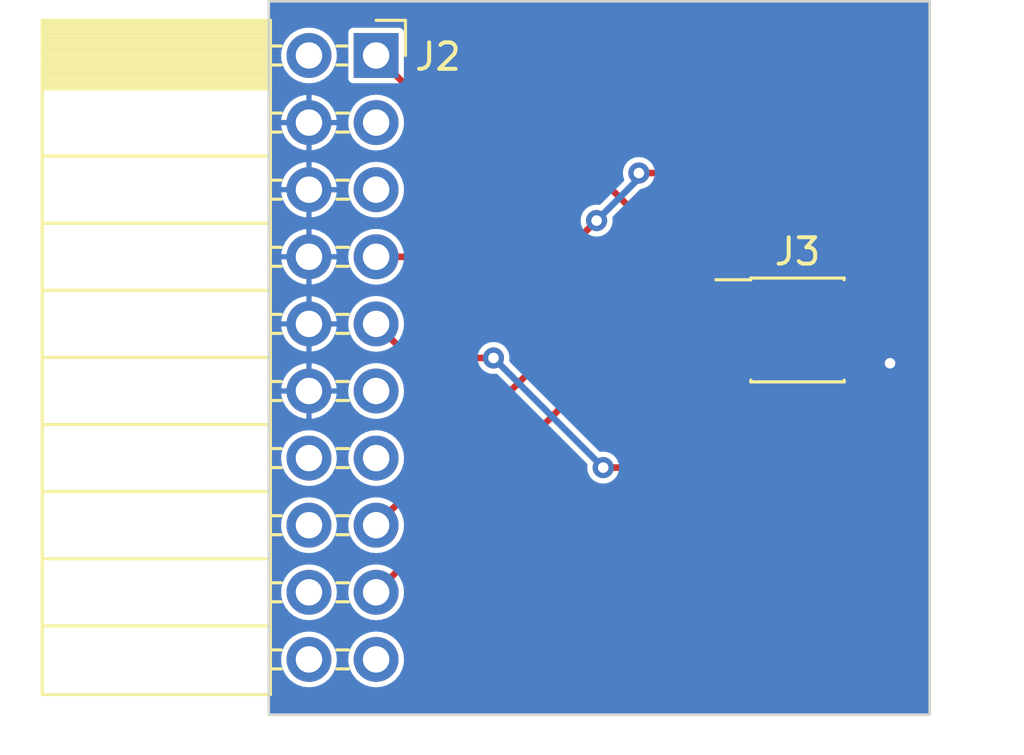
<source format=kicad_pcb>
(kicad_pcb (version 20221018) (generator pcbnew)
  (layers (0 "F.Cu" signal) (31 "B.Cu" signal) (34 "B.Paste" user) (35 "F.Paste" user) (36 "B.SilkS" user "B.Silkscreen") (37 "F.SilkS" user "F.Silkscreen") (38 "B.Mask" user) (39 "F.Mask" user) (44 "Edge.Cuts" user))
  (net 0 "")
  (net 1 "VDD")
  (net 2 "SWDIO")
  (net 3 "GND")
  (net 4 "SWDCLK")
  (net 5 "SWO")
  (net 6 "RXI")
  (net 7 "TXO")
  (net 8 "RESET")
  (net 15 "+5V")
  (footprint "Connector_PinSocket_2.54mm:PinSocket_2x10_P2.54mm_Horizontal" (layer "F.Cu") (at 116.06 95.05)
    (fp_text reference "J2" (at 2.34 0.05) (layer "F.SilkS"))
    (fp_text value "Conn_02x10_Odd_Even")
    (fp_line (start -12.63 -1.33) (end -12.63 24.19) (stroke (width 0.12)) (layer "F.SilkS"))
    (fp_line (start -12.63 -1.33) (end -4 -1.33) (stroke (width 0.12)) (layer "F.SilkS"))
    (fp_line (start -12.63 -1.21) (end -4 -1.21) (stroke (width 0.12)) (layer "F.SilkS"))
    (fp_line (start -12.63 -1.091905) (end -4 -1.091905) (stroke (width 0.12)) (layer "F.SilkS"))
    (fp_line (start -12.63 -0.97381) (end -4 -0.97381) (stroke (width 0.12)) (layer "F.SilkS"))
    (fp_line (start -12.63 -0.855715) (end -4 -0.855715) (stroke (width 0.12)) (layer "F.SilkS"))
    (fp_line (start -12.63 -0.73762) (end -4 -0.73762) (stroke (width 0.12)) (layer "F.SilkS"))
    (fp_line (start -12.63 -0.619525) (end -4 -0.619525) (stroke (width 0.12)) (layer "F.SilkS"))
    (fp_line (start -12.63 -0.50143) (end -4 -0.50143) (stroke (width 0.12)) (layer "F.SilkS"))
    (fp_line (start -12.63 -0.383335) (end -4 -0.383335) (stroke (width 0.12)) (layer "F.SilkS"))
    (fp_line (start -12.63 -0.26524) (end -4 -0.26524) (stroke (width 0.12)) (layer "F.SilkS"))
    (fp_line (start -12.63 -0.147145) (end -4 -0.147145) (stroke (width 0.12)) (layer "F.SilkS"))
    (fp_line (start -12.63 -0.02905) (end -4 -0.02905) (stroke (width 0.12)) (layer "F.SilkS"))
    (fp_line (start -12.63 0.089045) (end -4 0.089045) (stroke (width 0.12)) (layer "F.SilkS"))
    (fp_line (start -12.63 0.20714) (end -4 0.20714) (stroke (width 0.12)) (layer "F.SilkS"))
    (fp_line (start -12.63 0.325235) (end -4 0.325235) (stroke (width 0.12)) (layer "F.SilkS"))
    (fp_line (start -12.63 0.44333) (end -4 0.44333) (stroke (width 0.12)) (layer "F.SilkS"))
    (fp_line (start -12.63 0.561425) (end -4 0.561425) (stroke (width 0.12)) (layer "F.SilkS"))
    (fp_line (start -12.63 0.67952) (end -4 0.67952) (stroke (width 0.12)) (layer "F.SilkS"))
    (fp_line (start -12.63 0.797615) (end -4 0.797615) (stroke (width 0.12)) (layer "F.SilkS"))
    (fp_line (start -12.63 0.91571) (end -4 0.91571) (stroke (width 0.12)) (layer "F.SilkS"))
    (fp_line (start -12.63 1.033805) (end -4 1.033805) (stroke (width 0.12)) (layer "F.SilkS"))
    (fp_line (start -12.63 1.1519) (end -4 1.1519) (stroke (width 0.12)) (layer "F.SilkS"))
    (fp_line (start -12.63 1.27) (end -4 1.27) (stroke (width 0.12)) (layer "F.SilkS"))
    (fp_line (start -12.63 3.81) (end -4 3.81) (stroke (width 0.12)) (layer "F.SilkS"))
    (fp_line (start -12.63 6.35) (end -4 6.35) (stroke (width 0.12)) (layer "F.SilkS"))
    (fp_line (start -12.63 8.89) (end -4 8.89) (stroke (width 0.12)) (layer "F.SilkS"))
    (fp_line (start -12.63 11.43) (end -4 11.43) (stroke (width 0.12)) (layer "F.SilkS"))
    (fp_line (start -12.63 13.97) (end -4 13.97) (stroke (width 0.12)) (layer "F.SilkS"))
    (fp_line (start -12.63 16.51) (end -4 16.51) (stroke (width 0.12)) (layer "F.SilkS"))
    (fp_line (start -12.63 19.05) (end -4 19.05) (stroke (width 0.12)) (layer "F.SilkS"))
    (fp_line (start -12.63 21.59) (end -4 21.59) (stroke (width 0.12)) (layer "F.SilkS"))
    (fp_line (start -12.63 24.19) (end -4 24.19) (stroke (width 0.12)) (layer "F.SilkS"))
    (fp_line (start -4 -1.33) (end -4 24.19) (stroke (width 0.12)) (layer "F.SilkS"))
    (fp_line (start -4 -0.36) (end -3.59 -0.36) (stroke (width 0.12)) (layer "F.SilkS"))
    (fp_line (start -4 0.36) (end -3.59 0.36) (stroke (width 0.12)) (layer "F.SilkS"))
    (fp_line (start -4 2.18) (end -3.59 2.18) (stroke (width 0.12)) (layer "F.SilkS"))
    (fp_line (start -4 2.9) (end -3.59 2.9) (stroke (width 0.12)) (layer "F.SilkS"))
    (fp_line (start -4 4.72) (end -3.59 4.72) (stroke (width 0.12)) (layer "F.SilkS"))
    (fp_line (start -4 5.44) (end -3.59 5.44) (stroke (width 0.12)) (layer "F.SilkS"))
    (fp_line (start -4 7.26) (end -3.59 7.26) (stroke (width 0.12)) (layer "F.SilkS"))
    (fp_line (start -4 7.98) (end -3.59 7.98) (stroke (width 0.12)) (layer "F.SilkS"))
    (fp_line (start -4 9.8) (end -3.59 9.8) (stroke (width 0.12)) (layer "F.SilkS"))
    (fp_line (start -4 10.52) (end -3.59 10.52) (stroke (width 0.12)) (layer "F.SilkS"))
    (fp_line (start -4 12.34) (end -3.59 12.34) (stroke (width 0.12)) (layer "F.SilkS"))
    (fp_line (start -4 13.06) (end -3.59 13.06) (stroke (width 0.12)) (layer "F.SilkS"))
    (fp_line (start -4 14.88) (end -3.59 14.88) (stroke (width 0.12)) (layer "F.SilkS"))
    (fp_line (start -4 15.6) (end -3.59 15.6) (stroke (width 0.12)) (layer "F.SilkS"))
    (fp_line (start -4 17.42) (end -3.59 17.42) (stroke (width 0.12)) (layer "F.SilkS"))
    (fp_line (start -4 18.14) (end -3.59 18.14) (stroke (width 0.12)) (layer "F.SilkS"))
    (fp_line (start -4 19.96) (end -3.59 19.96) (stroke (width 0.12)) (layer "F.SilkS"))
    (fp_line (start -4 20.68) (end -3.59 20.68) (stroke (width 0.12)) (layer "F.SilkS"))
    (fp_line (start -4 22.5) (end -3.59 22.5) (stroke (width 0.12)) (layer "F.SilkS"))
    (fp_line (start -4 23.22) (end -3.59 23.22) (stroke (width 0.12)) (layer "F.SilkS"))
    (fp_line (start -1.49 -0.36) (end -1.11 -0.36) (stroke (width 0.12)) (layer "F.SilkS"))
    (fp_line (start -1.49 0.36) (end -1.11 0.36) (stroke (width 0.12)) (layer "F.SilkS"))
    (fp_line (start -1.49 2.18) (end -1.05 2.18) (stroke (width 0.12)) (layer "F.SilkS"))
    (fp_line (start -1.49 2.9) (end -1.05 2.9) (stroke (width 0.12)) (layer "F.SilkS"))
    (fp_line (start -1.49 4.72) (end -1.05 4.72) (stroke (width 0.12)) (layer "F.SilkS"))
    (fp_line (start -1.49 5.44) (end -1.05 5.44) (stroke (width 0.12)) (layer "F.SilkS"))
    (fp_line (start -1.49 7.26) (end -1.05 7.26) (stroke (width 0.12)) (layer "F.SilkS"))
    (fp_line (start -1.49 7.98) (end -1.05 7.98) (stroke (width 0.12)) (layer "F.SilkS"))
    (fp_line (start -1.49 9.8) (end -1.05 9.8) (stroke (width 0.12)) (layer "F.SilkS"))
    (fp_line (start -1.49 10.52) (end -1.05 10.52) (stroke (width 0.12)) (layer "F.SilkS"))
    (fp_line (start -1.49 12.34) (end -1.05 12.34) (stroke (width 0.12)) (layer "F.SilkS"))
    (fp_line (start -1.49 13.06) (end -1.05 13.06) (stroke (width 0.12)) (layer "F.SilkS"))
    (fp_line (start -1.49 14.88) (end -1.05 14.88) (stroke (width 0.12)) (layer "F.SilkS"))
    (fp_line (start -1.49 15.6) (end -1.05 15.6) (stroke (width 0.12)) (layer "F.SilkS"))
    (fp_line (start -1.49 17.42) (end -1.05 17.42) (stroke (width 0.12)) (layer "F.SilkS"))
    (fp_line (start -1.49 18.14) (end -1.05 18.14) (stroke (width 0.12)) (layer "F.SilkS"))
    (fp_line (start -1.49 19.96) (end -1.05 19.96) (stroke (width 0.12)) (layer "F.SilkS"))
    (fp_line (start -1.49 20.68) (end -1.05 20.68) (stroke (width 0.12)) (layer "F.SilkS"))
    (fp_line (start -1.49 22.5) (end -1.05 22.5) (stroke (width 0.12)) (layer "F.SilkS"))
    (fp_line (start -1.49 23.22) (end -1.05 23.22) (stroke (width 0.12)) (layer "F.SilkS"))
    (fp_line (start 0 -1.33) (end 1.11 -1.33) (stroke (width 0.12)) (layer "F.SilkS"))
    (fp_line (start 1.11 -1.33) (end 1.11 0) (stroke (width 0.12)) (layer "F.SilkS"))
    (pad "1" thru_hole rect (at 0 0) (size 1.7 1.7) (drill 1) (layers "*.Cu" "*.Mask") (net 1 "VDD"))
    (pad "2" thru_hole oval (at -2.54 0) (size 1.7 1.7) (drill 1) (layers "*.Cu" "*.Mask"))
    (pad "3" thru_hole oval (at 0 2.54) (size 1.7 1.7) (drill 1) (layers "*.Cu" "*.Mask"))
    (pad "4" thru_hole oval (at -2.54 2.54) (size 1.7 1.7) (drill 1) (layers "*.Cu" "*.Mask") (net 3 "GND"))
    (pad "5" thru_hole oval (at 0 5.08) (size 1.7 1.7) (drill 1) (layers "*.Cu" "*.Mask") (net 6 "RXI"))
    (pad "6" thru_hole oval (at -2.54 5.08) (size 1.7 1.7) (drill 1) (layers "*.Cu" "*.Mask") (net 3 "GND"))
    (pad "7" thru_hole oval (at 0 7.62) (size 1.7 1.7) (drill 1) (layers "*.Cu" "*.Mask") (net 2 "SWDIO"))
    (pad "8" thru_hole oval (at -2.54 7.62) (size 1.7 1.7) (drill 1) (layers "*.Cu" "*.Mask") (net 3 "GND"))
    (pad "9" thru_hole oval (at 0 10.16) (size 1.7 1.7) (drill 1) (layers "*.Cu" "*.Mask") (net 4 "SWDCLK"))
    (pad "10" thru_hole oval (at -2.54 10.16) (size 1.7 1.7) (drill 1) (layers "*.Cu" "*.Mask") (net 3 "GND"))
    (pad "11" thru_hole oval (at 0 12.7) (size 1.7 1.7) (drill 1) (layers "*.Cu" "*.Mask"))
    (pad "12" thru_hole oval (at -2.54 12.7) (size 1.7 1.7) (drill 1) (layers "*.Cu" "*.Mask") (net 3 "GND"))
    (pad "13" thru_hole oval (at 0 15.24) (size 1.7 1.7) (drill 1) (layers "*.Cu" "*.Mask") (net 5 "SWO"))
    (pad "14" thru_hole oval (at -2.54 15.24) (size 1.7 1.7) (drill 1) (layers "*.Cu" "*.Mask"))
    (pad "15" thru_hole oval (at 0 17.78) (size 1.7 1.7) (drill 1) (layers "*.Cu" "*.Mask") (net 8 "RESET"))
    (pad "16" thru_hole oval (at -2.54 17.78) (size 1.7 1.7) (drill 1) (layers "*.Cu" "*.Mask"))
    (pad "17" thru_hole oval (at 0 20.32) (size 1.7 1.7) (drill 1) (layers "*.Cu" "*.Mask") (net 7 "TXO"))
    (pad "18" thru_hole oval (at -2.54 20.32) (size 1.7 1.7) (drill 1) (layers "*.Cu" "*.Mask"))
    (pad "19" thru_hole oval (at 0 22.86) (size 1.7 1.7) (drill 1) (layers "*.Cu" "*.Mask") (net 15 "+5V"))
    (pad "20" thru_hole oval (at -2.54 22.86) (size 1.7 1.7) (drill 1) (layers "*.Cu" "*.Mask"))
  )
  (footprint "Connector_PinHeader_1.27mm:PinHeader_2x03_P1.27mm_Vertical_SMD" (layer "F.Cu") (at 132 105.44)
    (fp_text reference "J3" (at 0 -2.965) (layer "F.SilkS"))
    (fp_text value "Conn_02x03_Odd_Even")
    (fp_line (start -3.09 -1.9) (end -1.765 -1.9) (stroke (width 0.12)) (layer "F.SilkS"))
    (fp_line (start -1.765 -1.965) (end -1.765 -1.9) (stroke (width 0.12)) (layer "F.SilkS"))
    (fp_line (start -1.765 -1.965) (end 1.765 -1.965) (stroke (width 0.12)) (layer "F.SilkS"))
    (fp_line (start -1.765 1.9) (end -1.765 1.965) (stroke (width 0.12)) (layer "F.SilkS"))
    (fp_line (start -1.765 1.965) (end 1.765 1.965) (stroke (width 0.12)) (layer "F.SilkS"))
    (fp_line (start 1.765 -1.965) (end 1.765 -1.9) (stroke (width 0.12)) (layer "F.SilkS"))
    (fp_line (start 1.765 1.9) (end 1.765 1.965) (stroke (width 0.12)) (layer "F.SilkS"))
    (pad "1" smd rect (at -1.95 -1.27) (size 2.4 0.74) (layers "F.Cu" "F.Paste" "F.Mask") (net 1 "VDD"))
    (pad "2" smd rect (at 1.95 -1.27) (size 2.4 0.74) (layers "F.Cu" "F.Paste" "F.Mask") (net 2 "SWDIO"))
    (pad "3" smd rect (at -1.95 0) (size 2.4 0.74) (layers "F.Cu" "F.Paste" "F.Mask") (net 8 "RESET"))
    (pad "4" smd rect (at 1.95 0) (size 2.4 0.74) (layers "F.Cu" "F.Paste" "F.Mask") (net 4 "SWDCLK"))
    (pad "5" smd rect (at -1.95 1.27) (size 2.4 0.74) (layers "F.Cu" "F.Paste" "F.Mask") (net 7 "TXO"))
    (pad "6" smd rect (at 1.95 1.27) (size 2.4 0.74) (layers "F.Cu" "F.Paste" "F.Mask") (net 3 "GND"))
  )
  (gr_line (start 137 120) (end 137 93) (stroke (width 0.1)) (layer "Edge.Cuts"))
  (gr_line (start 137 93) (end 112 93) (stroke (width 0.1)) (layer "Edge.Cuts"))
  (gr_line (start 112 120) (end 137 120) (stroke (width 0.1)) (layer "Edge.Cuts"))
  (gr_line (start 112 93) (end 112 120) (stroke (width 0.1)) (layer "Edge.Cuts"))
  (segment (start 116.06 95.05) (end 117.31 96.3) (width 0.25) (layer "F.Cu") (net 1))
  (segment (start 129.04 104.19) (end 130.05 104.19) (width 0.25) (layer "F.Cu") (net 1))
  (segment (start 121.15 96.3) (end 129.04 104.19) (width 0.25) (layer "F.Cu") (net 1))
  (segment (start 117.31 96.3) (end 121.15 96.3) (width 0.25) (layer "F.Cu") (net 1))
  (segment (start 126 99.5) (end 131.9 99.5) (width 0.25) (layer "F.Cu") (net 2))
  (segment (start 116.06 102.67) (end 123.03 102.67) (width 0.25) (layer "F.Cu") (net 2))
  (segment (start 123.03 102.67) (end 124.4 101.3) (width 0.25) (layer "F.Cu") (net 2))
  (segment (start 131.9 99.5) (end 133.95 101.55) (width 0.25) (layer "F.Cu") (net 2))
  (segment (start 133.95 101.55) (end 133.95 104.17) (width 0.25) (layer "F.Cu") (net 2))
  (via (at 124.4 101.3) (size 0.8) (drill 0.4) (layers "F.Cu" "B.Cu") (net 2))
  (via (at 126 99.5) (size 0.8) (drill 0.4) (layers "F.Cu" "B.Cu") (net 2))
  (segment (start 126 99.7) (end 126 99.5) (width 0.25) (layer "B.Cu") (net 2))
  (segment (start 124.4 101.3) (end 126 99.7) (width 0.25) (layer "B.Cu") (net 2))
  (segment (start 133.95 106.71) (end 135.49 106.71) (width 0.25) (layer "F.Cu") (net 3))
  (segment (start 135.49 106.71) (end 135.5 106.7) (width 0.25) (layer "F.Cu") (net 3))
  (via (at 135.5 106.7) (size 0.8) (drill 0.4) (layers "F.Cu" "B.Cu") (net 3))
  (segment (start 133.95 105.46) (end 132.44 105.46) (width 0.25) (layer "F.Cu") (net 4))
  (segment (start 132.44 105.46) (end 131.95 105.95) (width 0.25) (layer "F.Cu") (net 4))
  (segment (start 131.95 105.95) (end 131.95 109.95) (width 0.25) (layer "F.Cu") (net 4))
  (segment (start 116.06 105.21) (end 117.35 106.5) (width 0.25) (layer "F.Cu") (net 4))
  (segment (start 131.95 109.95) (end 131.25 110.65) (width 0.25) (layer "F.Cu") (net 4))
  (segment (start 117.35 106.5) (end 120.5 106.5) (width 0.25) (layer "F.Cu") (net 4))
  (segment (start 131.25 110.65) (end 124.65 110.65) (width 0.25) (layer "F.Cu") (net 4))
  (via (at 120.5 106.5) (size 0.8) (drill 0.4) (layers "F.Cu" "B.Cu") (net 4))
  (via (at 124.65 110.65) (size 0.8) (drill 0.4) (layers "F.Cu" "B.Cu") (net 4))
  (segment (start 124.65 110.65) (end 120.5 106.5) (width 0.25) (layer "B.Cu") (net 4))
  (segment (start 124.72 106.71) (end 130.05 106.71) (width 0.25) (layer "F.Cu") (net 7))
  (segment (start 116.06 115.37) (end 124.72 106.71) (width 0.25) (layer "F.Cu") (net 7))
  (segment (start 123.45 105.44) (end 130.05 105.44) (width 0.25) (layer "F.Cu") (net 8))
  (segment (start 116.06 112.83) (end 123.45 105.44) (width 0.25) (layer "F.Cu") (net 8))
  (zone (net 3) (net_name "GND") (layer "B.Cu") (connect_pads (clearance 0.2)) (min_thickness 0.2) (fill yes (thermal_gap 0.2) (thermal_bridge_width 0.2))
    (polygon (pts (xy 112 93) (xy 112 120) (xy 137 120) (xy 137 93)))
  )
)
</source>
